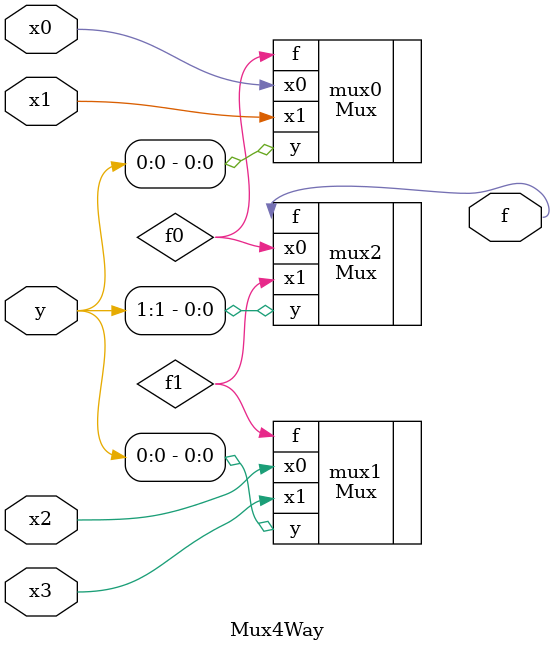
<source format=v>
module Mux4Way(
    input x0,
    input x1,
    input x2,
    input x3,
    input[1:0] y,
    output f
);
    wire f0, f1;

    Mux mux0(
        .x0(x0),
        .x1(x1),
        .y(y[0]),
        .f(f0)
    );

    Mux mux1(
        .x0(x2),
        .x1(x3),
        .y(y[0]),
        .f(f1)
    );

    Mux mux2(
        .x0(f0),
        .x1(f1),
        .y(y[1]),
        .f(f)
    );

endmodule
</source>
